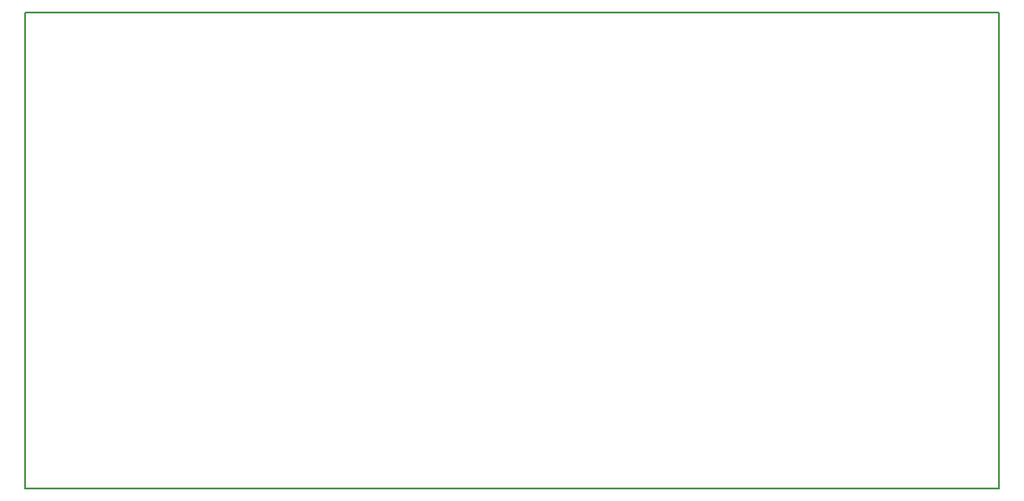
<source format=gbr>
G04 #@! TF.GenerationSoftware,KiCad,Pcbnew,(5.0.2)-1*
G04 #@! TF.CreationDate,2019-10-18T18:51:17-07:00*
G04 #@! TF.ProjectId,Arduino Project,41726475-696e-46f2-9050-726f6a656374,rev?*
G04 #@! TF.SameCoordinates,Original*
G04 #@! TF.FileFunction,Profile,NP*
%FSLAX46Y46*%
G04 Gerber Fmt 4.6, Leading zero omitted, Abs format (unit mm)*
G04 Created by KiCad (PCBNEW (5.0.2)-1) date 10/18/2019 6:51:17 PM*
%MOMM*%
%LPD*%
G01*
G04 APERTURE LIST*
%ADD10C,0.150000*%
G04 APERTURE END LIST*
D10*
X85000000Y-88000000D02*
X177000000Y-88000000D01*
X85000000Y-43000000D02*
X85000000Y-88000000D01*
X177000000Y-43000000D02*
X85000000Y-43000000D01*
X177000000Y-88000000D02*
X177000000Y-43000000D01*
M02*

</source>
